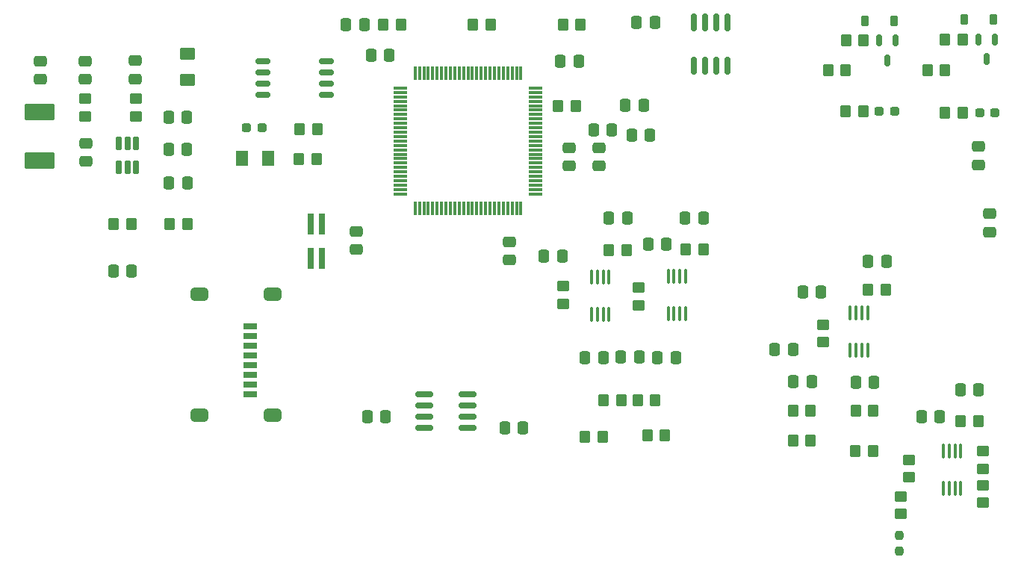
<source format=gbr>
%TF.GenerationSoftware,KiCad,Pcbnew,9.0.4*%
%TF.CreationDate,2025-10-02T19:06:12-04:00*%
%TF.ProjectId,PCB of Theseus,50434220-6f66-4205-9468-65736575732e,rev?*%
%TF.SameCoordinates,Original*%
%TF.FileFunction,Paste,Top*%
%TF.FilePolarity,Positive*%
%FSLAX46Y46*%
G04 Gerber Fmt 4.6, Leading zero omitted, Abs format (unit mm)*
G04 Created by KiCad (PCBNEW 9.0.4) date 2025-10-02 19:06:12*
%MOMM*%
%LPD*%
G01*
G04 APERTURE LIST*
G04 Aperture macros list*
%AMRoundRect*
0 Rectangle with rounded corners*
0 $1 Rounding radius*
0 $2 $3 $4 $5 $6 $7 $8 $9 X,Y pos of 4 corners*
0 Add a 4 corners polygon primitive as box body*
4,1,4,$2,$3,$4,$5,$6,$7,$8,$9,$2,$3,0*
0 Add four circle primitives for the rounded corners*
1,1,$1+$1,$2,$3*
1,1,$1+$1,$4,$5*
1,1,$1+$1,$6,$7*
1,1,$1+$1,$8,$9*
0 Add four rect primitives between the rounded corners*
20,1,$1+$1,$2,$3,$4,$5,0*
20,1,$1+$1,$4,$5,$6,$7,0*
20,1,$1+$1,$6,$7,$8,$9,0*
20,1,$1+$1,$8,$9,$2,$3,0*%
G04 Aperture macros list end*
%ADD10RoundRect,0.250000X-0.350000X-0.450000X0.350000X-0.450000X0.350000X0.450000X-0.350000X0.450000X0*%
%ADD11RoundRect,0.250000X-0.450000X0.350000X-0.450000X-0.350000X0.450000X-0.350000X0.450000X0.350000X0*%
%ADD12RoundRect,0.250000X0.350000X0.450000X-0.350000X0.450000X-0.350000X-0.450000X0.350000X-0.450000X0*%
%ADD13RoundRect,0.162500X0.650000X0.162500X-0.650000X0.162500X-0.650000X-0.162500X0.650000X-0.162500X0*%
%ADD14RoundRect,0.250000X0.450000X-0.350000X0.450000X0.350000X-0.450000X0.350000X-0.450000X-0.350000X0*%
%ADD15RoundRect,0.250000X0.475000X-0.337500X0.475000X0.337500X-0.475000X0.337500X-0.475000X-0.337500X0*%
%ADD16RoundRect,0.250000X-0.337500X-0.475000X0.337500X-0.475000X0.337500X0.475000X-0.337500X0.475000X0*%
%ADD17RoundRect,0.250000X0.337500X0.475000X-0.337500X0.475000X-0.337500X-0.475000X0.337500X-0.475000X0*%
%ADD18R,0.740000X2.400000*%
%ADD19RoundRect,0.100000X0.100000X-0.712500X0.100000X0.712500X-0.100000X0.712500X-0.100000X-0.712500X0*%
%ADD20RoundRect,0.250000X-0.475000X0.337500X-0.475000X-0.337500X0.475000X-0.337500X0.475000X0.337500X0*%
%ADD21RoundRect,0.225000X-0.225000X-0.375000X0.225000X-0.375000X0.225000X0.375000X-0.225000X0.375000X0*%
%ADD22RoundRect,0.237500X-0.287500X-0.237500X0.287500X-0.237500X0.287500X0.237500X-0.287500X0.237500X0*%
%ADD23RoundRect,0.250001X0.624999X-0.462499X0.624999X0.462499X-0.624999X0.462499X-0.624999X-0.462499X0*%
%ADD24RoundRect,0.150000X-0.150000X0.825000X-0.150000X-0.825000X0.150000X-0.825000X0.150000X0.825000X0*%
%ADD25RoundRect,0.150000X-0.825000X-0.150000X0.825000X-0.150000X0.825000X0.150000X-0.825000X0.150000X0*%
%ADD26RoundRect,0.237500X0.287500X0.237500X-0.287500X0.237500X-0.287500X-0.237500X0.287500X-0.237500X0*%
%ADD27RoundRect,0.092500X-1.607500X0.832500X-1.607500X-0.832500X1.607500X-0.832500X1.607500X0.832500X0*%
%ADD28RoundRect,0.250001X-0.462499X-0.624999X0.462499X-0.624999X0.462499X0.624999X-0.462499X0.624999X0*%
%ADD29RoundRect,0.162500X0.162500X-0.617500X0.162500X0.617500X-0.162500X0.617500X-0.162500X-0.617500X0*%
%ADD30RoundRect,0.150000X-0.150000X0.512500X-0.150000X-0.512500X0.150000X-0.512500X0.150000X0.512500X0*%
%ADD31RoundRect,0.237500X-0.237500X0.250000X-0.237500X-0.250000X0.237500X-0.250000X0.237500X0.250000X0*%
%ADD32R,1.500000X0.800000*%
%ADD33RoundRect,0.362500X-0.637500X0.362500X-0.637500X-0.362500X0.637500X-0.362500X0.637500X0.362500X0*%
%ADD34RoundRect,0.075000X0.725000X0.075000X-0.725000X0.075000X-0.725000X-0.075000X0.725000X-0.075000X0*%
%ADD35RoundRect,0.075000X0.075000X0.725000X-0.075000X0.725000X-0.075000X-0.725000X0.075000X-0.725000X0*%
G04 APERTURE END LIST*
D10*
%TO.C,R23*%
X184640000Y-70457500D03*
X186640000Y-70457500D03*
%TD*%
D11*
%TO.C,R18*%
X188365000Y-93832500D03*
X188365000Y-95832500D03*
%TD*%
D10*
%TO.C,R3*%
X150075000Y-40375000D03*
X152075000Y-40375000D03*
%TD*%
D12*
%TO.C,R26*%
X185240000Y-84107500D03*
X183240000Y-84107500D03*
%TD*%
%TO.C,R47*%
X101137500Y-63000000D03*
X99137500Y-63000000D03*
%TD*%
D13*
%TO.C,U8*%
X123225000Y-48325000D03*
X123225000Y-47055000D03*
X123225000Y-45785000D03*
X123225000Y-44515000D03*
X116050000Y-44515000D03*
X116050000Y-45785000D03*
X116050000Y-47055000D03*
X116050000Y-48325000D03*
%TD*%
D14*
%TO.C,R21*%
X189290000Y-91707500D03*
X189290000Y-89707500D03*
%TD*%
D12*
%TO.C,R44*%
X122150000Y-55625000D03*
X120150000Y-55625000D03*
%TD*%
%TO.C,R27*%
X184140000Y-42150000D03*
X182140000Y-42150000D03*
%TD*%
D15*
%TO.C,C24*%
X95913501Y-46543500D03*
X95913501Y-44468500D03*
%TD*%
D12*
%TO.C,R37*%
X178140000Y-84107500D03*
X176140000Y-84107500D03*
%TD*%
%TO.C,R6*%
X182115000Y-45500000D03*
X180115000Y-45500000D03*
%TD*%
D16*
%TO.C,C13*%
X157862500Y-52850000D03*
X159937500Y-52850000D03*
%TD*%
D15*
%TO.C,C19*%
X198400000Y-63875000D03*
X198400000Y-61800000D03*
%TD*%
D17*
%TO.C,C27*%
X158702500Y-78057500D03*
X156627500Y-78057500D03*
%TD*%
D14*
%TO.C,R12*%
X101638501Y-50731000D03*
X101638501Y-48731000D03*
%TD*%
D18*
%TO.C,J5*%
X121475000Y-66850000D03*
X121475000Y-62950000D03*
X122745000Y-66850000D03*
X122745000Y-62950000D03*
%TD*%
D16*
%TO.C,C21*%
X184640000Y-67182500D03*
X186715000Y-67182500D03*
%TD*%
%TO.C,C30*%
X163892500Y-62300000D03*
X165967500Y-62300000D03*
%TD*%
D19*
%TO.C,U12*%
X153340000Y-73170000D03*
X153990000Y-73170000D03*
X154640000Y-73170000D03*
X155290000Y-73170000D03*
X155290000Y-68945000D03*
X154640000Y-68945000D03*
X153990000Y-68945000D03*
X153340000Y-68945000D03*
%TD*%
D20*
%TO.C,C11*%
X144000000Y-64987500D03*
X144000000Y-67062500D03*
%TD*%
D17*
%TO.C,C7*%
X127537500Y-40400000D03*
X125462500Y-40400000D03*
%TD*%
D11*
%TO.C,R11*%
X95938501Y-48731000D03*
X95938501Y-50731000D03*
%TD*%
D16*
%TO.C,C22*%
X153525000Y-52325000D03*
X155600000Y-52325000D03*
%TD*%
D10*
%TO.C,R7*%
X193390000Y-50375000D03*
X195390000Y-50375000D03*
%TD*%
D17*
%TO.C,C29*%
X154652500Y-78082500D03*
X152577500Y-78082500D03*
%TD*%
D21*
%TO.C,D5*%
X195565000Y-39775000D03*
X198865000Y-39775000D03*
%TD*%
D22*
%TO.C,D6*%
X114175000Y-52025000D03*
X115925000Y-52025000D03*
%TD*%
D23*
%TO.C,F1*%
X107487500Y-46600000D03*
X107487500Y-43625000D03*
%TD*%
D14*
%TO.C,R38*%
X179515000Y-76357500D03*
X179515000Y-74357500D03*
%TD*%
D17*
%TO.C,C33*%
X178240000Y-80807500D03*
X176165000Y-80807500D03*
%TD*%
D16*
%TO.C,C25*%
X143465000Y-86100000D03*
X145540000Y-86100000D03*
%TD*%
D15*
%TO.C,C5*%
X101538501Y-46518500D03*
X101538501Y-44443500D03*
%TD*%
D24*
%TO.C,U13*%
X168675000Y-40095000D03*
X167405000Y-40095000D03*
X166135000Y-40095000D03*
X164865000Y-40095000D03*
X164865000Y-45045000D03*
X166135000Y-45045000D03*
X167405000Y-45045000D03*
X168675000Y-45045000D03*
%TD*%
D17*
%TO.C,C28*%
X162852500Y-78082500D03*
X160777500Y-78082500D03*
%TD*%
D25*
%TO.C,U2*%
X134340000Y-82290000D03*
X134340000Y-83560000D03*
X134340000Y-84830000D03*
X134340000Y-86100000D03*
X139290000Y-86100000D03*
X139290000Y-84830000D03*
X139290000Y-83560000D03*
X139290000Y-82290000D03*
%TD*%
D15*
%TO.C,C4*%
X90788501Y-46568500D03*
X90788501Y-44493500D03*
%TD*%
D10*
%TO.C,R1*%
X129700000Y-40350000D03*
X131700000Y-40350000D03*
%TD*%
D12*
%TO.C,R45*%
X122200000Y-52250000D03*
X120200000Y-52250000D03*
%TD*%
D17*
%TO.C,C14*%
X130387500Y-43850000D03*
X128312500Y-43850000D03*
%TD*%
D12*
%TO.C,FB1*%
X151525000Y-49575000D03*
X149525000Y-49575000D03*
%TD*%
D26*
%TO.C,D4*%
X199040000Y-50375000D03*
X197290000Y-50375000D03*
%TD*%
D17*
%TO.C,C32*%
X107425000Y-54525000D03*
X105350000Y-54525000D03*
%TD*%
D19*
%TO.C,U11*%
X161990000Y-73095000D03*
X162640000Y-73095000D03*
X163290000Y-73095000D03*
X163940000Y-73095000D03*
X163940000Y-68870000D03*
X163290000Y-68870000D03*
X162640000Y-68870000D03*
X161990000Y-68870000D03*
%TD*%
D11*
%TO.C,R20*%
X197690000Y-92557500D03*
X197690000Y-94557500D03*
%TD*%
D17*
%TO.C,C36*%
X149962500Y-66575000D03*
X147887500Y-66575000D03*
%TD*%
D10*
%TO.C,R22*%
X195140000Y-85332500D03*
X197140000Y-85332500D03*
%TD*%
D12*
%TO.C,R25*%
X178140000Y-87557500D03*
X176140000Y-87557500D03*
%TD*%
%TO.C,R29*%
X161640000Y-86932500D03*
X159640000Y-86932500D03*
%TD*%
D20*
%TO.C,C18*%
X197150000Y-54175000D03*
X197150000Y-56250000D03*
%TD*%
D26*
%TO.C,D3*%
X187690000Y-50150000D03*
X185940000Y-50150000D03*
%TD*%
D27*
%TO.C,L1*%
X90713501Y-50256000D03*
X90713501Y-55806000D03*
%TD*%
D17*
%TO.C,C23*%
X185315000Y-80882500D03*
X183240000Y-80882500D03*
%TD*%
D28*
%TO.C,D2*%
X113650000Y-55475000D03*
X116625000Y-55475000D03*
%TD*%
D29*
%TO.C,U1*%
X99738501Y-56506000D03*
X100688501Y-56506000D03*
X101638501Y-56506000D03*
X101638501Y-53806000D03*
X100688501Y-53806000D03*
X99738501Y-53806000D03*
%TD*%
D20*
%TO.C,C9*%
X126675000Y-63787500D03*
X126675000Y-65862500D03*
%TD*%
D12*
%TO.C,R31*%
X160540000Y-82907500D03*
X158540000Y-82907500D03*
%TD*%
%TO.C,R5*%
X193390000Y-45550000D03*
X191390000Y-45550000D03*
%TD*%
D30*
%TO.C,Q1*%
X187765000Y-42125000D03*
X185865000Y-42125000D03*
X186815000Y-44400000D03*
%TD*%
D19*
%TO.C,U4*%
X182640000Y-77245000D03*
X183290000Y-77245000D03*
X183940000Y-77245000D03*
X184590000Y-77245000D03*
X184590000Y-73020000D03*
X183940000Y-73020000D03*
X183290000Y-73020000D03*
X182640000Y-73020000D03*
%TD*%
D15*
%TO.C,C12*%
X150775000Y-56400000D03*
X150775000Y-54325000D03*
%TD*%
D10*
%TO.C,R32*%
X154665000Y-82907500D03*
X156665000Y-82907500D03*
%TD*%
D12*
%TO.C,R30*%
X154565000Y-87107500D03*
X152565000Y-87107500D03*
%TD*%
D17*
%TO.C,C16*%
X101187500Y-68300000D03*
X99112500Y-68300000D03*
%TD*%
D31*
%TO.C,TH1*%
X188165000Y-98232500D03*
X188165000Y-100057500D03*
%TD*%
D10*
%TO.C,R2*%
X139850000Y-40375000D03*
X141850000Y-40375000D03*
%TD*%
D15*
%TO.C,C3*%
X95988501Y-55868500D03*
X95988501Y-53793500D03*
%TD*%
D20*
%TO.C,C10*%
X154125000Y-54300000D03*
X154125000Y-56375000D03*
%TD*%
D11*
%TO.C,R19*%
X197665000Y-88707500D03*
X197665000Y-90707500D03*
%TD*%
D12*
%TO.C,R28*%
X195390000Y-42050000D03*
X193390000Y-42050000D03*
%TD*%
D17*
%TO.C,C6*%
X129965000Y-84850000D03*
X127890000Y-84850000D03*
%TD*%
D30*
%TO.C,Q2*%
X199027500Y-42012500D03*
X197127500Y-42012500D03*
X198077500Y-44287500D03*
%TD*%
D16*
%TO.C,C17*%
X157137500Y-49525000D03*
X159212500Y-49525000D03*
%TD*%
D10*
%TO.C,R24*%
X183215000Y-88682500D03*
X185215000Y-88682500D03*
%TD*%
D32*
%TO.C,J6*%
X114571800Y-74576000D03*
X114571800Y-75676000D03*
X114571800Y-76776000D03*
X114571800Y-77876000D03*
X114571800Y-78976000D03*
X114571800Y-80076000D03*
X114571800Y-81176000D03*
X114571800Y-82276000D03*
D33*
X117171800Y-70906000D03*
X108871800Y-70906000D03*
X117171800Y-84656000D03*
X108871800Y-84656000D03*
%TD*%
D10*
%TO.C,R4*%
X182115000Y-50150000D03*
X184115000Y-50150000D03*
%TD*%
D16*
%TO.C,C31*%
X155265000Y-62307500D03*
X157340000Y-62307500D03*
%TD*%
D10*
%TO.C,R34*%
X163965000Y-65832500D03*
X165965000Y-65832500D03*
%TD*%
D14*
%TO.C,R35*%
X150065000Y-72032500D03*
X150065000Y-70032500D03*
%TD*%
D10*
%TO.C,R36*%
X155290000Y-65907500D03*
X157290000Y-65907500D03*
%TD*%
D17*
%TO.C,C1*%
X107425000Y-50825000D03*
X105350000Y-50825000D03*
%TD*%
%TO.C,C37*%
X192787500Y-84825000D03*
X190712500Y-84825000D03*
%TD*%
%TO.C,C35*%
X160487500Y-40125000D03*
X158412500Y-40125000D03*
%TD*%
D14*
%TO.C,R33*%
X158665000Y-72182500D03*
X158665000Y-70182500D03*
%TD*%
D17*
%TO.C,C38*%
X161787500Y-65250000D03*
X159712500Y-65250000D03*
%TD*%
D34*
%TO.C,U6*%
X146975000Y-59550000D03*
X146975000Y-59050000D03*
X146975000Y-58550000D03*
X146975000Y-58050000D03*
X146975000Y-57550000D03*
X146975000Y-57050000D03*
X146975000Y-56550000D03*
X146975000Y-56050000D03*
X146975000Y-55550000D03*
X146975000Y-55050000D03*
X146975000Y-54550000D03*
X146975000Y-54050000D03*
X146975000Y-53550000D03*
X146975000Y-53050000D03*
X146975000Y-52550000D03*
X146975000Y-52050000D03*
X146975000Y-51550000D03*
X146975000Y-51050000D03*
X146975000Y-50550000D03*
X146975000Y-50050000D03*
X146975000Y-49550000D03*
X146975000Y-49050000D03*
X146975000Y-48550000D03*
X146975000Y-48050000D03*
X146975000Y-47550000D03*
D35*
X145300000Y-45875000D03*
X144800000Y-45875000D03*
X144300000Y-45875000D03*
X143800000Y-45875000D03*
X143300000Y-45875000D03*
X142800000Y-45875000D03*
X142300000Y-45875000D03*
X141800000Y-45875000D03*
X141300000Y-45875000D03*
X140800000Y-45875000D03*
X140300000Y-45875000D03*
X139800000Y-45875000D03*
X139300000Y-45875000D03*
X138800000Y-45875000D03*
X138300000Y-45875000D03*
X137800000Y-45875000D03*
X137300000Y-45875000D03*
X136800000Y-45875000D03*
X136300000Y-45875000D03*
X135800000Y-45875000D03*
X135300000Y-45875000D03*
X134800000Y-45875000D03*
X134300000Y-45875000D03*
X133800000Y-45875000D03*
X133300000Y-45875000D03*
D34*
X131625000Y-47550000D03*
X131625000Y-48050000D03*
X131625000Y-48550000D03*
X131625000Y-49050000D03*
X131625000Y-49550000D03*
X131625000Y-50050000D03*
X131625000Y-50550000D03*
X131625000Y-51050000D03*
X131625000Y-51550000D03*
X131625000Y-52050000D03*
X131625000Y-52550000D03*
X131625000Y-53050000D03*
X131625000Y-53550000D03*
X131625000Y-54050000D03*
X131625000Y-54550000D03*
X131625000Y-55050000D03*
X131625000Y-55550000D03*
X131625000Y-56050000D03*
X131625000Y-56550000D03*
X131625000Y-57050000D03*
X131625000Y-57550000D03*
X131625000Y-58050000D03*
X131625000Y-58550000D03*
X131625000Y-59050000D03*
X131625000Y-59550000D03*
D35*
X133300000Y-61225000D03*
X133800000Y-61225000D03*
X134300000Y-61225000D03*
X134800000Y-61225000D03*
X135300000Y-61225000D03*
X135800000Y-61225000D03*
X136300000Y-61225000D03*
X136800000Y-61225000D03*
X137300000Y-61225000D03*
X137800000Y-61225000D03*
X138300000Y-61225000D03*
X138800000Y-61225000D03*
X139300000Y-61225000D03*
X139800000Y-61225000D03*
X140300000Y-61225000D03*
X140800000Y-61225000D03*
X141300000Y-61225000D03*
X141800000Y-61225000D03*
X142300000Y-61225000D03*
X142800000Y-61225000D03*
X143300000Y-61225000D03*
X143800000Y-61225000D03*
X144300000Y-61225000D03*
X144800000Y-61225000D03*
X145300000Y-61225000D03*
%TD*%
D17*
%TO.C,C39*%
X179312500Y-70650000D03*
X177237500Y-70650000D03*
%TD*%
D19*
%TO.C,U3*%
X193215000Y-92945000D03*
X193865000Y-92945000D03*
X194515000Y-92945000D03*
X195165000Y-92945000D03*
X195165000Y-88720000D03*
X194515000Y-88720000D03*
X193865000Y-88720000D03*
X193215000Y-88720000D03*
%TD*%
D16*
%TO.C,C20*%
X195090000Y-81782500D03*
X197165000Y-81782500D03*
%TD*%
D21*
%TO.C,D1*%
X184315000Y-39950000D03*
X187615000Y-39950000D03*
%TD*%
D17*
%TO.C,C34*%
X176165000Y-77182500D03*
X174090000Y-77182500D03*
%TD*%
D16*
%TO.C,C15*%
X149762500Y-44550000D03*
X151837500Y-44550000D03*
%TD*%
D17*
%TO.C,C2*%
X107462500Y-58350000D03*
X105387500Y-58350000D03*
%TD*%
D12*
%TO.C,R46*%
X107487500Y-63000000D03*
X105487500Y-63000000D03*
%TD*%
M02*

</source>
